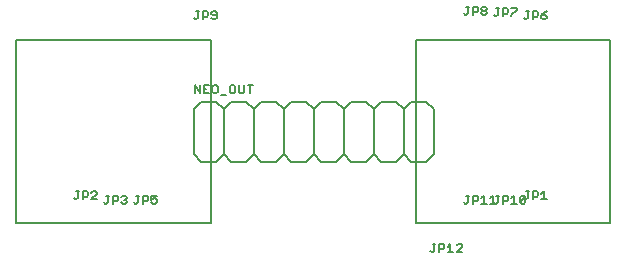
<source format=gbr>
G04 EAGLE Gerber RS-274X export*
G75*
%MOMM*%
%FSLAX34Y34*%
%LPD*%
%INSilkscreen Top*%
%IPPOS*%
%AMOC8*
5,1,8,0,0,1.08239X$1,22.5*%
G01*
%ADD10C,0.203200*%
%ADD11C,0.152400*%
%ADD12C,0.127000*%


D10*
X152400Y95250D02*
X158750Y88900D01*
X171450Y88900D02*
X177800Y95250D01*
X184150Y88900D01*
X196850Y88900D02*
X203200Y95250D01*
X209550Y88900D01*
X222250Y88900D02*
X228600Y95250D01*
X234950Y88900D01*
X247650Y88900D02*
X254000Y95250D01*
X260350Y88900D01*
X273050Y88900D02*
X279400Y95250D01*
X285750Y88900D01*
X298450Y88900D02*
X304800Y95250D01*
X152400Y95250D02*
X152400Y133350D01*
X158750Y139700D01*
X171450Y139700D01*
X177800Y133350D01*
X184150Y139700D01*
X196850Y139700D01*
X203200Y133350D01*
X209550Y139700D01*
X222250Y139700D01*
X228600Y133350D01*
X234950Y139700D01*
X247650Y139700D01*
X254000Y133350D01*
X260350Y139700D01*
X273050Y139700D01*
X279400Y133350D01*
X285750Y139700D01*
X298450Y139700D01*
X304800Y133350D01*
X177800Y133350D02*
X177800Y95250D01*
X203200Y95250D02*
X203200Y133350D01*
X228600Y133350D02*
X228600Y95250D01*
X254000Y95250D02*
X254000Y133350D01*
X279400Y133350D02*
X279400Y95250D01*
X304800Y95250D02*
X304800Y133350D01*
X298450Y88900D02*
X285750Y88900D01*
X273050Y88900D02*
X260350Y88900D01*
X247650Y88900D02*
X234950Y88900D01*
X222250Y88900D02*
X209550Y88900D01*
X196850Y88900D02*
X184150Y88900D01*
X171450Y88900D02*
X158750Y88900D01*
X304800Y95250D02*
X311150Y88900D01*
X323850Y88900D02*
X330200Y95250D01*
X304800Y133350D02*
X311150Y139700D01*
X323850Y139700D01*
X330200Y133350D01*
X330200Y95250D01*
X323850Y88900D02*
X311150Y88900D01*
X330200Y95250D02*
X336550Y88900D01*
X349250Y88900D02*
X355600Y95250D01*
X330200Y133350D02*
X336550Y139700D01*
X349250Y139700D01*
X355600Y133350D01*
X355600Y95250D01*
X349250Y88900D02*
X336550Y88900D01*
D11*
X153162Y146812D02*
X153162Y153422D01*
X157568Y146812D01*
X157568Y153422D01*
X160646Y153422D02*
X165053Y153422D01*
X160646Y153422D02*
X160646Y146812D01*
X165053Y146812D01*
X162849Y150117D02*
X160646Y150117D01*
X169232Y153422D02*
X171435Y153422D01*
X169232Y153422D02*
X168130Y152320D01*
X168130Y147914D01*
X169232Y146812D01*
X171435Y146812D01*
X172537Y147914D01*
X172537Y152320D01*
X171435Y153422D01*
X175614Y145710D02*
X180021Y145710D01*
X184200Y153422D02*
X186403Y153422D01*
X184200Y153422D02*
X183099Y152320D01*
X183099Y147914D01*
X184200Y146812D01*
X186403Y146812D01*
X187505Y147914D01*
X187505Y152320D01*
X186403Y153422D01*
X190583Y153422D02*
X190583Y147914D01*
X191684Y146812D01*
X193888Y146812D01*
X194989Y147914D01*
X194989Y153422D01*
X200270Y153422D02*
X200270Y146812D01*
X198067Y153422D02*
X202473Y153422D01*
D12*
X1600Y191800D02*
X1600Y36800D01*
X1600Y191800D02*
X166600Y191800D01*
X166600Y36800D01*
X1600Y36800D01*
X505130Y36800D02*
X505130Y191800D01*
X505130Y36800D02*
X340130Y36800D01*
X340130Y191800D01*
X505130Y191800D01*
D11*
X51902Y57150D02*
X50800Y58252D01*
X51902Y57150D02*
X53003Y57150D01*
X54105Y58252D01*
X54105Y63760D01*
X55206Y63760D02*
X53003Y63760D01*
X58284Y63760D02*
X58284Y57150D01*
X58284Y63760D02*
X61589Y63760D01*
X62691Y62658D01*
X62691Y60455D01*
X61589Y59353D01*
X58284Y59353D01*
X65768Y57150D02*
X70175Y57150D01*
X70175Y61556D02*
X65768Y57150D01*
X70175Y61556D02*
X70175Y62658D01*
X69073Y63760D01*
X66870Y63760D01*
X65768Y62658D01*
X76200Y54442D02*
X77302Y53340D01*
X78403Y53340D01*
X79505Y54442D01*
X79505Y59950D01*
X80606Y59950D02*
X78403Y59950D01*
X83684Y59950D02*
X83684Y53340D01*
X83684Y59950D02*
X86989Y59950D01*
X88091Y58848D01*
X88091Y56645D01*
X86989Y55543D01*
X83684Y55543D01*
X91168Y58848D02*
X92270Y59950D01*
X94473Y59950D01*
X95575Y58848D01*
X95575Y57746D01*
X94473Y56645D01*
X93372Y56645D01*
X94473Y56645D02*
X95575Y55543D01*
X95575Y54442D01*
X94473Y53340D01*
X92270Y53340D01*
X91168Y54442D01*
X101600Y54442D02*
X102702Y53340D01*
X103803Y53340D01*
X104905Y54442D01*
X104905Y59950D01*
X106006Y59950D02*
X103803Y59950D01*
X109084Y59950D02*
X109084Y53340D01*
X109084Y59950D02*
X112389Y59950D01*
X113491Y58848D01*
X113491Y56645D01*
X112389Y55543D01*
X109084Y55543D01*
X116568Y59950D02*
X120975Y59950D01*
X116568Y59950D02*
X116568Y56645D01*
X118772Y57746D01*
X119873Y57746D01*
X120975Y56645D01*
X120975Y54442D01*
X119873Y53340D01*
X117670Y53340D01*
X116568Y54442D01*
X431800Y210652D02*
X432902Y209550D01*
X434003Y209550D01*
X435105Y210652D01*
X435105Y216160D01*
X436206Y216160D02*
X434003Y216160D01*
X439284Y216160D02*
X439284Y209550D01*
X439284Y216160D02*
X442589Y216160D01*
X443691Y215058D01*
X443691Y212855D01*
X442589Y211753D01*
X439284Y211753D01*
X448972Y215058D02*
X451175Y216160D01*
X448972Y215058D02*
X446768Y212855D01*
X446768Y210652D01*
X447870Y209550D01*
X450073Y209550D01*
X451175Y210652D01*
X451175Y211753D01*
X450073Y212855D01*
X446768Y212855D01*
X407502Y212090D02*
X406400Y213192D01*
X407502Y212090D02*
X408603Y212090D01*
X409705Y213192D01*
X409705Y218700D01*
X410806Y218700D02*
X408603Y218700D01*
X413884Y218700D02*
X413884Y212090D01*
X413884Y218700D02*
X417189Y218700D01*
X418291Y217598D01*
X418291Y215395D01*
X417189Y214293D01*
X413884Y214293D01*
X421368Y218700D02*
X425775Y218700D01*
X425775Y217598D01*
X421368Y213192D01*
X421368Y212090D01*
X382102Y213360D02*
X381000Y214462D01*
X382102Y213360D02*
X383203Y213360D01*
X384305Y214462D01*
X384305Y219970D01*
X385406Y219970D02*
X383203Y219970D01*
X388484Y219970D02*
X388484Y213360D01*
X388484Y219970D02*
X391789Y219970D01*
X392891Y218868D01*
X392891Y216665D01*
X391789Y215563D01*
X388484Y215563D01*
X395968Y218868D02*
X397070Y219970D01*
X399273Y219970D01*
X400375Y218868D01*
X400375Y217766D01*
X399273Y216665D01*
X400375Y215563D01*
X400375Y214462D01*
X399273Y213360D01*
X397070Y213360D01*
X395968Y214462D01*
X395968Y215563D01*
X397070Y216665D01*
X395968Y217766D01*
X395968Y218868D01*
X397070Y216665D02*
X399273Y216665D01*
X153502Y209550D02*
X152400Y210652D01*
X153502Y209550D02*
X154603Y209550D01*
X155705Y210652D01*
X155705Y216160D01*
X156806Y216160D02*
X154603Y216160D01*
X159884Y216160D02*
X159884Y209550D01*
X159884Y216160D02*
X163189Y216160D01*
X164291Y215058D01*
X164291Y212855D01*
X163189Y211753D01*
X159884Y211753D01*
X167368Y210652D02*
X168470Y209550D01*
X170673Y209550D01*
X171775Y210652D01*
X171775Y215058D01*
X170673Y216160D01*
X168470Y216160D01*
X167368Y215058D01*
X167368Y213956D01*
X168470Y212855D01*
X171775Y212855D01*
X431800Y58252D02*
X432902Y57150D01*
X434003Y57150D01*
X435105Y58252D01*
X435105Y63760D01*
X436206Y63760D02*
X434003Y63760D01*
X439284Y63760D02*
X439284Y57150D01*
X439284Y63760D02*
X442589Y63760D01*
X443691Y62658D01*
X443691Y60455D01*
X442589Y59353D01*
X439284Y59353D01*
X446768Y61556D02*
X448972Y63760D01*
X448972Y57150D01*
X451175Y57150D02*
X446768Y57150D01*
X407502Y53340D02*
X406400Y54442D01*
X407502Y53340D02*
X408603Y53340D01*
X409705Y54442D01*
X409705Y59950D01*
X410806Y59950D02*
X408603Y59950D01*
X413884Y59950D02*
X413884Y53340D01*
X413884Y59950D02*
X417189Y59950D01*
X418291Y58848D01*
X418291Y56645D01*
X417189Y55543D01*
X413884Y55543D01*
X421368Y57746D02*
X423572Y59950D01*
X423572Y53340D01*
X425775Y53340D02*
X421368Y53340D01*
X428852Y54442D02*
X428852Y58848D01*
X429954Y59950D01*
X432157Y59950D01*
X433259Y58848D01*
X433259Y54442D01*
X432157Y53340D01*
X429954Y53340D01*
X428852Y54442D01*
X433259Y58848D01*
X382102Y53340D02*
X381000Y54442D01*
X382102Y53340D02*
X383203Y53340D01*
X384305Y54442D01*
X384305Y59950D01*
X385406Y59950D02*
X383203Y59950D01*
X388484Y59950D02*
X388484Y53340D01*
X388484Y59950D02*
X391789Y59950D01*
X392891Y58848D01*
X392891Y56645D01*
X391789Y55543D01*
X388484Y55543D01*
X395968Y57746D02*
X398172Y59950D01*
X398172Y53340D01*
X400375Y53340D02*
X395968Y53340D01*
X403452Y57746D02*
X405656Y59950D01*
X405656Y53340D01*
X407859Y53340D02*
X403452Y53340D01*
X353689Y12446D02*
X352587Y13548D01*
X353689Y12446D02*
X354791Y12446D01*
X355892Y13548D01*
X355892Y19056D01*
X354791Y19056D02*
X356994Y19056D01*
X360072Y19056D02*
X360072Y12446D01*
X360072Y19056D02*
X363376Y19056D01*
X364478Y17954D01*
X364478Y15751D01*
X363376Y14649D01*
X360072Y14649D01*
X367556Y16852D02*
X369759Y19056D01*
X369759Y12446D01*
X367556Y12446D02*
X371962Y12446D01*
X375040Y12446D02*
X379446Y12446D01*
X375040Y12446D02*
X379446Y16852D01*
X379446Y17954D01*
X378345Y19056D01*
X376141Y19056D01*
X375040Y17954D01*
M02*

</source>
